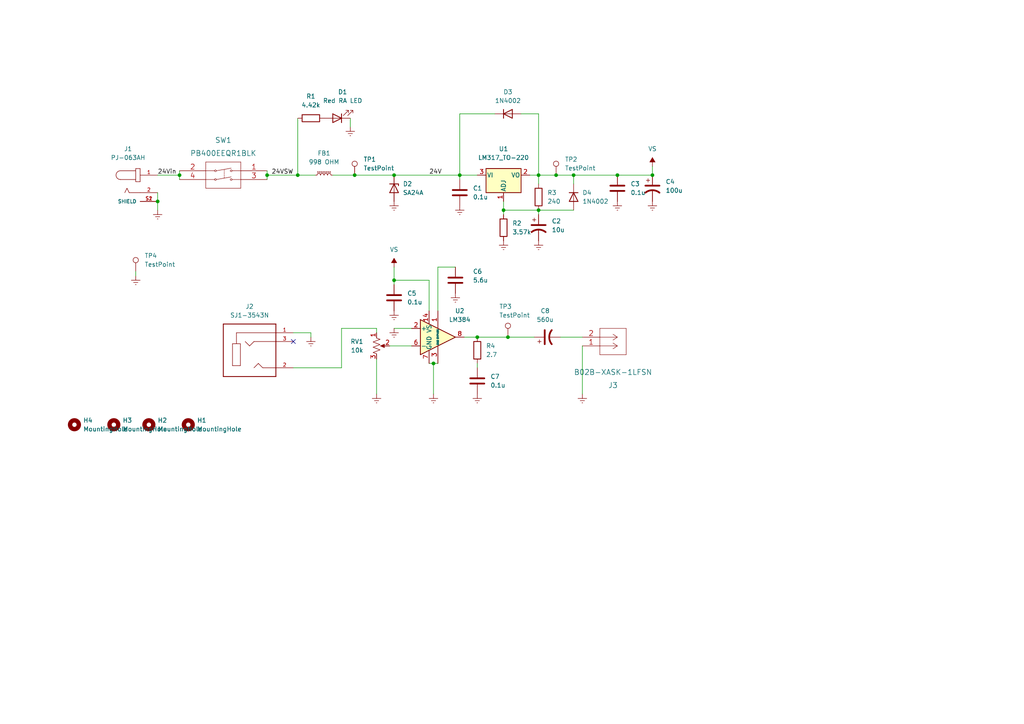
<source format=kicad_sch>
(kicad_sch (version 20211123) (generator eeschema)
  (paper "A4")
  (title_block (title "LM384 Audio Amplifier Project") (date "2022-06-16") (rev "00") (company "California State University Northridge") (comment 1 "Abdullah Hendy"))
  (lib_symbols
    (symbol "2022-06-12_21-25-45:B02B-XASK-1LFSN" (pin_names (offset 0.254) hide)
      (property "Reference" "J3" (at 8.89 11.43 0))
      (property "Value" "B02B-XASK-1LFSN" (at 8.89 7.62 0))
      (symbol "B02B-XASK-1LFSN_1_1"
        (polyline (pts (xy 5.08 -5.08) (xy 12.7 -5.08)) (stroke (width 0.127)))
        (polyline (pts (xy 5.08 2.54) (xy 5.08 -5.08)) (stroke (width 0.127)))
        (polyline (pts (xy 10.16 -2.54) (xy 5.08 -2.54)) (stroke (width 0.127)))
        (polyline (pts (xy 10.16 -2.54) (xy 8.89 -3.3782)) (stroke (width 0.127)))
        (polyline (pts (xy 10.16 -2.54) (xy 8.89 -1.7018)) (stroke (width 0.127)))
        (polyline (pts (xy 10.16 0) (xy 5.08 0)) (stroke (width 0.127)))
        (polyline (pts (xy 10.16 0) (xy 8.89 -0.8382)) (stroke (width 0.127)))
        (polyline (pts (xy 10.16 0) (xy 8.89 0.8382)) (stroke (width 0.127)))
        (polyline (pts (xy 12.7 -5.08) (xy 12.7 2.54)) (stroke (width 0.127)))
        (polyline (pts (xy 12.7 2.54) (xy 5.08 2.54)) (stroke (width 0.127)))
        (pin passive line (at 0 0 0) (length 5.08) (name "1") (number "1"))
        (pin passive line (at 0 -2.54 0) (length 5.08) (name "2") (number "2"))
      )
    )
    (symbol "Amplifier_Audio:LM384" (pin_names (offset 0.127))
      (property "Reference" "U" (at 5.08 6.35 0))
      (property "Value" "LM384" (at 5.08 3.81 0))
      (symbol "LM384_0_1"
        (polyline (pts (xy -5.08 5.08) (xy 5.08 0) (xy -5.08 -5.08) (xy -5.08 5.08)) (stroke (width 0.254)) (fill (type background)))
      )
      (symbol "LM384_1_1"
        (pin passive line (at 0 7.62 270) (length 5.08) (name "BYPASS") (number "1"))
        (pin passive line (at 0 -7.62 90) (length 5.08) hide (name "GND") (number "10"))
        (pin passive line (at 0 -7.62 90) (length 5.08) hide (name "GND") (number "11"))
        (pin passive line (at 0 -7.62 90) (length 5.08) hide (name "GND") (number "12"))
        (pin no_connect line (at 0 2.54 270) (length 2.54) hide (name "NC") (number "13"))
        (pin power_in line (at -2.54 7.62 270) (length 3.81) (name "VS") (number "14"))
        (pin input line (at -7.62 2.54 0) (length 2.54) (name "+") (number "2"))
        (pin power_in line (at 0 -7.62 90) (length 5.08) (name "GND") (number "3"))
        (pin passive line (at 0 -7.62 90) (length 5.08) hide (name "GND") (number "4"))
        (pin passive line (at 0 -7.62 90) (length 5.08) hide (name "GND") (number "5"))
        (pin input line (at -7.62 -2.54 0) (length 2.54) (name "-") (number "6"))
        (pin power_in line (at -2.54 -7.62 90) (length 3.81) (name "GND") (number "7"))
        (pin output line (at 7.62 0 180) (length 2.54) (name "~") (number "8"))
        (pin no_connect line (at -2.54 2.54 270) (length 2.54) hide (name "NC") (number "9"))
      )
    )
    (symbol "Connector:TestPoint" (pin_numbers hide) (pin_names (offset 0.762) hide)
      (property "Reference" "TP" (at 0 6.858 0))
      (property "Value" "TestPoint" (at 0 5.08 0))
      (symbol "TestPoint_0_1"
        (circle (center 0 3.302) (radius 0.762))
      )
      (symbol "TestPoint_1_1"
        (pin passive line (at 0 0 90) (length 2.54) (name "1") (number "1"))
      )
    )
    (symbol "Device:C" (pin_numbers hide) (pin_names (offset 0.254))
      (property "Reference" "C" (at 0.635 2.54 0))
      (property "Value" "C" (at 0.635 -2.54 0))
      (symbol "C_0_1"
        (polyline (pts (xy -2.032 -0.762) (xy 2.032 -0.762)) (stroke (width 0.508)))
        (polyline (pts (xy -2.032 0.762) (xy 2.032 0.762)) (stroke (width 0.508)))
      )
      (symbol "C_1_1"
        (pin passive line (at 0 3.81 270) (length 2.794) (name "~") (number "1"))
        (pin passive line (at 0 -3.81 90) (length 2.794) (name "~") (number "2"))
      )
    )
    (symbol "Device:C_Polarized_US" (pin_numbers hide) (pin_names (offset 0.254) hide)
      (property "Reference" "C" (at 0.635 2.54 0))
      (property "Value" "C_Polarized_US" (at 0.635 -2.54 0))
      (symbol "C_Polarized_US_0_1"
        (polyline (pts (xy -2.032 0.762) (xy 2.032 0.762)) (stroke (width 0.508)))
        (polyline (pts (xy -1.778 2.286) (xy -0.762 2.286)))
        (polyline (pts (xy -1.27 1.778) (xy -1.27 2.794)))
        (arc (start 2.032 -1.27) (mid 0 -0.5572) (end -2.032 -1.27) (stroke (width 0.508)))
      )
      (symbol "C_Polarized_US_1_1"
        (pin passive line (at 0 3.81 270) (length 2.794) (name "~") (number "1"))
        (pin passive line (at 0 -3.81 90) (length 3.302) (name "~") (number "2"))
      )
    )
    (symbol "Device:D_Zener" (pin_numbers hide) (pin_names (offset 1.016) hide)
      (property "Reference" "D" (at 0 2.54 0))
      (property "Value" "D_Zener" (at 0 -2.54 0))
      (symbol "D_Zener_0_1"
        (polyline (pts (xy 1.27 0) (xy -1.27 0)))
        (polyline (pts (xy -1.27 -1.27) (xy -1.27 1.27) (xy -0.762 1.27)) (stroke (width 0.254)))
        (polyline (pts (xy 1.27 -1.27) (xy 1.27 1.27) (xy -1.27 0) (xy 1.27 -1.27)) (stroke (width 0.254)))
      )
      (symbol "D_Zener_1_1"
        (pin passive line (at -3.81 0 0) (length 2.54) (name "K") (number "1"))
        (pin passive line (at 3.81 0 180) (length 2.54) (name "A") (number "2"))
      )
    )
    (symbol "Device:LED" (pin_numbers hide) (pin_names (offset 1.016) hide)
      (property "Reference" "D" (at 0 2.54 0))
      (property "Value" "LED" (at 0 -2.54 0))
      (symbol "LED_0_1"
        (polyline (pts (xy -1.27 -1.27) (xy -1.27 1.27)) (stroke (width 0.254)))
        (polyline (pts (xy -1.27 0) (xy 1.27 0)))
        (polyline (pts (xy 1.27 -1.27) (xy 1.27 1.27) (xy -1.27 0) (xy 1.27 -1.27)) (stroke (width 0.254)))
        (polyline (pts (xy -3.048 -0.762) (xy -4.572 -2.286) (xy -3.81 -2.286) (xy -4.572 -2.286) (xy -4.572 -1.524)))
        (polyline (pts (xy -1.778 -0.762) (xy -3.302 -2.286) (xy -2.54 -2.286) (xy -3.302 -2.286) (xy -3.302 -1.524)))
      )
      (symbol "LED_1_1"
        (pin passive line (at -3.81 0 0) (length 2.54) (name "K") (number "1"))
        (pin passive line (at 3.81 0 180) (length 2.54) (name "A") (number "2"))
      )
    )
    (symbol "Device:L_Ferrite_Small" (pin_numbers hide) (pin_names (offset 0.254) hide)
      (property "Reference" "L" (at 1.27 1.016 0))
      (property "Value" "L_Ferrite_Small" (at 1.27 -1.27 0))
      (symbol "L_Ferrite_Small_0_1"
        (arc (start 0 -2.032) (mid 0.508 -1.524) (end 0 -1.016))
        (arc (start 0 -1.016) (mid 0.508 -0.508) (end 0 0))
        (polyline (pts (xy 0.762 -1.905) (xy 0.762 -1.651)))
        (polyline (pts (xy 0.762 -1.397) (xy 0.762 -1.143)))
        (polyline (pts (xy 0.762 -0.889) (xy 0.762 -0.635)))
        (polyline (pts (xy 0.762 -0.381) (xy 0.762 -0.127)))
        (polyline (pts (xy 0.762 0.127) (xy 0.762 0.381)))
        (polyline (pts (xy 0.762 0.635) (xy 0.762 0.889)))
        (polyline (pts (xy 0.762 1.143) (xy 0.762 1.397)))
        (polyline (pts (xy 0.762 1.651) (xy 0.762 1.905)))
        (polyline (pts (xy 1.016 -1.651) (xy 1.016 -1.905)))
        (polyline (pts (xy 1.016 -1.143) (xy 1.016 -1.397)))
        (polyline (pts (xy 1.016 -0.635) (xy 1.016 -0.889)))
        (polyline (pts (xy 1.016 -0.127) (xy 1.016 -0.381)))
        (polyline (pts (xy 1.016 0.381) (xy 1.016 0.127)))
        (polyline (pts (xy 1.016 0.889) (xy 1.016 0.635)))
        (polyline (pts (xy 1.016 1.397) (xy 1.016 1.143)))
        (polyline (pts (xy 1.016 1.905) (xy 1.016 1.651)))
        (arc (start 0 0) (mid 0.508 0.508) (end 0 1.016))
        (arc (start 0 1.016) (mid 0.508 1.524) (end 0 2.032))
      )
      (symbol "L_Ferrite_Small_1_1"
        (pin passive line (at 0 2.54 270) (length 0.508) (name "~") (number "1"))
        (pin passive line (at 0 -2.54 90) (length 0.508) (name "~") (number "2"))
      )
    )
    (symbol "Device:R" (pin_numbers hide) (pin_names (offset 0))
      (property "Reference" "R" (at 2.032 0 90))
      (property "Value" "R" (at 0 0 90))
      (symbol "R_0_1"
        (rectangle (start -1.016 -2.54) (end 1.016 2.54) (stroke (width 0.254)))
      )
      (symbol "R_1_1"
        (pin passive line (at 0 3.81 270) (length 1.27) (name "~") (number "1"))
        (pin passive line (at 0 -3.81 90) (length 1.27) (name "~") (number "2"))
      )
    )
    (symbol "Device:R_Potentiometer_US" (pin_names (offset 1.016) hide)
      (property "Reference" "RV" (at -4.445 0 90))
      (property "Value" "R_Potentiometer_US" (at -2.54 0 90))
      (symbol "R_Potentiometer_US_0_1"
        (polyline (pts (xy 0 -2.286) (xy 0 -2.54)))
        (polyline (pts (xy 0 2.54) (xy 0 2.286)))
        (polyline (pts (xy 2.54 0) (xy 1.524 0)))
        (polyline (pts (xy 1.143 0) (xy 2.286 0.508) (xy 2.286 -0.508) (xy 1.143 0)) (fill (type outline)))
        (polyline (pts (xy 0 -0.762) (xy 1.016 -1.143) (xy 0 -1.524) (xy -1.016 -1.905) (xy 0 -2.286)))
        (polyline (pts (xy 0 0.762) (xy 1.016 0.381) (xy 0 0) (xy -1.016 -0.381) (xy 0 -0.762)))
        (polyline (pts (xy 0 2.286) (xy 1.016 1.905) (xy 0 1.524) (xy -1.016 1.143) (xy 0 0.762)))
      )
      (symbol "R_Potentiometer_US_1_1"
        (pin passive line (at 0 3.81 270) (length 1.27) (name "1") (number "1"))
        (pin passive line (at 3.81 0 180) (length 1.27) (name "2") (number "2"))
        (pin passive line (at 0 -3.81 90) (length 1.27) (name "3") (number "3"))
      )
    )
    (symbol "Diode:1N4002" (pin_numbers hide) (pin_names (offset 1.016) hide)
      (property "Reference" "D" (at 0 2.54 0))
      (property "Value" "1N4002" (at 0 -2.54 0))
      (symbol "1N4002_0_1"
        (polyline (pts (xy -1.27 1.27) (xy -1.27 -1.27)) (stroke (width 0.254)))
        (polyline (pts (xy 1.27 0) (xy -1.27 0)))
        (polyline (pts (xy 1.27 1.27) (xy 1.27 -1.27) (xy -1.27 0) (xy 1.27 1.27)) (stroke (width 0.254)))
      )
      (symbol "1N4002_1_1"
        (pin passive line (at -3.81 0 0) (length 2.54) (name "K") (number "1"))
        (pin passive line (at 3.81 0 180) (length 2.54) (name "A") (number "2"))
      )
    )
    (symbol "Mechanical:MountingHole" (pin_names (offset 1.016))
      (property "Reference" "H" (at 0 5.08 0))
      (property "Value" "MountingHole" (at 0 3.175 0))
      (symbol "MountingHole_0_1"
        (circle (center 0 0) (radius 1.27) (stroke (width 1.27)))
      )
    )
    (symbol "PB400EEQR1BLK:PB400EEQR1BLK" (pin_names (offset 0.254) hide)
      (property "Reference" "SW1" (at 12.7 8.89 0))
      (property "Value" "PB400EEQR1BLK" (at 12.7 5.08 0))
      (symbol "PB400EEQR1BLK_1_1"
        (polyline (pts (xy 7.62 -5.08) (xy 17.78 -5.08)) (stroke (width 0.127)))
        (polyline (pts (xy 7.62 -2.54) (xy 10.16 -2.54)) (stroke (width 0.127)))
        (polyline (pts (xy 7.62 0) (xy 10.16 0)) (stroke (width 0.127)))
        (polyline (pts (xy 7.62 2.54) (xy 7.62 -5.08)) (stroke (width 0.127)))
        (polyline (pts (xy 12.446 -1.778) (xy 12.446 -2.032)) (stroke (width 0.127)))
        (polyline (pts (xy 12.446 -1.27) (xy 12.446 -1.524)) (stroke (width 0.127)))
        (polyline (pts (xy 12.446 -0.762) (xy 12.446 -1.016)) (stroke (width 0.127)))
        (polyline (pts (xy 12.446 -0.254) (xy 12.446 -0.508)) (stroke (width 0.127)))
        (polyline (pts (xy 12.446 0.254) (xy 12.446 0)) (stroke (width 0.127)))
        (polyline (pts (xy 14.732 -2.54) (xy 10.414 -1.778)) (stroke (width 0.127)))
        (polyline (pts (xy 14.732 0) (xy 10.414 0.762)) (stroke (width 0.127)))
        (polyline (pts (xy 15.24 -2.54) (xy 17.78 -2.54)) (stroke (width 0.127)))
        (polyline (pts (xy 15.24 0) (xy 17.78 0)) (stroke (width 0.127)))
        (polyline (pts (xy 17.78 -5.08) (xy 17.78 2.54)) (stroke (width 0.127)))
        (polyline (pts (xy 17.78 2.54) (xy 7.62 2.54)) (stroke (width 0.127)))
        (circle (center 10.414 -2.54) (radius 0.254) (stroke (width 0.127)))
        (circle (center 10.414 0) (radius 0.254) (stroke (width 0.127)))
        (arc (start 10.668 -2.54) (mid 10.16 -2.54) (end 10.668 -2.54) (stroke (width 0.127)))
        (arc (start 10.668 0) (mid 10.16 0) (end 10.668 0) (stroke (width 0.127)))
        (circle (center 14.986 -2.54) (radius 0.254) (stroke (width 0.127)))
        (circle (center 14.986 0) (radius 0.254) (stroke (width 0.127)))
        (arc (start 15.24 -2.54) (mid 14.732 -2.54) (end 15.24 -2.54) (stroke (width 0.127)))
        (arc (start 15.24 0) (mid 14.732 0) (end 15.24 0) (stroke (width 0.127)))
        (pin passive line (at 0 0 0) (length 7.62) (name "1") (number "1"))
        (pin passive line (at 25.4 0 180) (length 7.62) (name "2") (number "2"))
        (pin passive line (at 0 -2.54 0) (length 7.62) (name "3") (number "3"))
        (pin passive line (at 25.4 -2.54 180) (length 7.62) (name "4") (number "4"))
      )
    )
    (symbol "PJ-063AH:PJ-063AH" (pin_names (offset 1.016))
      (property "Reference" "J1" (at -3.4925 10.16 0))
      (property "Value" "PJ-063AH" (at -3.4925 7.62 0))
      (symbol "PJ-063AH_0_0"
        (arc (start -5.715 3.81) (mid -6.985 2.54) (end -5.715 1.27) (stroke (width 0.1524)))
        (polyline (pts (xy -5.715 3.81) (xy -1.27 3.81)) (stroke (width 0.1524)))
        (polyline (pts (xy -3.81 -1.27) (xy -4.445 -2.54)) (stroke (width 0.1524)))
        (polyline (pts (xy -3.175 -2.54) (xy -3.81 -1.27)) (stroke (width 0.1524)))
        (polyline (pts (xy -1.27 0.635) (xy 0 0.635)) (stroke (width 0.1524)))
        (polyline (pts (xy -1.27 1.27) (xy -5.715 1.27)) (stroke (width 0.1524)))
        (polyline (pts (xy -1.27 1.27) (xy -1.27 0.635)) (stroke (width 0.1524)))
        (polyline (pts (xy -1.27 3.81) (xy -1.27 1.27)) (stroke (width 0.1524)))
        (polyline (pts (xy -1.27 4.445) (xy -1.27 3.81)) (stroke (width 0.1524)))
        (polyline (pts (xy 0 -2.54) (xy -3.175 -2.54)) (stroke (width 0.1524)))
        (polyline (pts (xy 0 0.635) (xy 0 4.445)) (stroke (width 0.1524)))
        (polyline (pts (xy 0 4.445) (xy -1.27 4.445)) (stroke (width 0.1524)))
        (pin passive line (at 5.08 2.54 180) (length 5.08) (name "~") (number "1"))
        (pin passive line (at 5.08 -2.54 180) (length 5.08) (name "~") (number "2"))
        (pin power_out line (at 5.08 -5.08 180) (length 5.08) (name "SHIELD") (number "S1"))
        (pin power_in line (at 5.08 -5.08 180) (length 5.08) (name "SHIELD") (number "S2"))
      )
    )
    (symbol "Regulator_Linear:LM317_TO-220" (pin_names (offset 0.254))
      (property "Reference" "U1" (at 0 7.62 0))
      (property "Value" "LM317_TO-220" (at 0 5.08 0))
      (symbol "LM317_TO-220_0_1"
        (rectangle (start -5.08 1.905) (end 5.08 -5.08) (stroke (width 0.254)) (fill (type background)))
      )
      (symbol "LM317_TO-220_1_1"
        (pin input line (at 0 -7.62 90) (length 2.54) (name "ADJ") (number "1"))
        (pin power_out line (at 7.62 0 180) (length 2.54) (name "VO") (number "2"))
        (pin input line (at -7.62 0 0) (length 2.54) (name "VI") (number "3"))
      )
    )
    (symbol "SJ1-3543N:SJ1-3543N" (pin_names (offset 1.016) hide)
      (property "Reference" "J" (at -7.62 8.382 0))
      (property "Value" "SJ1-3543N" (at -7.62 -10.922 0))
      (symbol "SJ1-3543N_0_0"
        (polyline (pts (xy -7.62 -7.62) (xy -7.62 7.62)) (stroke (width 0.254)))
        (polyline (pts (xy -7.62 7.62) (xy 7.62 7.62)) (stroke (width 0.254)))
        (polyline (pts (xy -4.953 -4.445) (xy -4.953 1.905)) (stroke (width 0.1524)))
        (polyline (pts (xy -4.953 1.905) (xy -3.81 1.905)) (stroke (width 0.1524)))
        (polyline (pts (xy -3.81 1.905) (xy -2.667 1.905)) (stroke (width 0.1524)))
        (polyline (pts (xy -3.81 5.08) (xy -3.81 1.905)) (stroke (width 0.1524)))
        (polyline (pts (xy -2.667 -4.445) (xy -4.953 -4.445)) (stroke (width 0.1524)))
        (polyline (pts (xy -2.667 1.905) (xy -2.667 -4.445)) (stroke (width 0.1524)))
        (polyline (pts (xy 0 1.27) (xy -1.27 2.54)) (stroke (width 0.1524)))
        (polyline (pts (xy 1.27 2.54) (xy 0 1.27)) (stroke (width 0.1524)))
        (polyline (pts (xy 2.54 -3.81) (xy 1.27 -5.08)) (stroke (width 0.1524)))
        (polyline (pts (xy 3.81 -5.08) (xy 2.54 -3.81)) (stroke (width 0.1524)))
        (polyline (pts (xy 7.62 -7.62) (xy -7.62 -7.62)) (stroke (width 0.254)))
        (polyline (pts (xy 7.62 -5.08) (xy 3.81 -5.08)) (stroke (width 0.1524)))
        (polyline (pts (xy 7.62 -5.08) (xy 7.62 -7.62)) (stroke (width 0.254)))
        (polyline (pts (xy 7.62 2.54) (xy 1.27 2.54)) (stroke (width 0.1524)))
        (polyline (pts (xy 7.62 2.54) (xy 7.62 -5.08)) (stroke (width 0.254)))
        (polyline (pts (xy 7.62 5.08) (xy -3.81 5.08)) (stroke (width 0.1524)))
        (polyline (pts (xy 7.62 5.08) (xy 7.62 2.54)) (stroke (width 0.254)))
        (polyline (pts (xy 7.62 7.62) (xy 7.62 5.08)) (stroke (width 0.254)))
        (pin passive line (at 12.7 5.08 180) (length 5.08) (name "~") (number "1"))
        (pin passive line (at 12.7 -5.08 180) (length 5.08) (name "~") (number "2"))
        (pin passive line (at 12.7 2.54 180) (length 5.08) (name "~") (number "3"))
      )
    )
    (symbol "power:GNDREF" (power) (pin_names (offset 0))
      (property "Value" "GNDREF" (at 0 -3.81 0))
      (symbol "GNDREF_0_1"
        (polyline (pts (xy -0.635 -1.905) (xy 0.635 -1.905)))
        (polyline (pts (xy -0.127 -2.54) (xy 0.127 -2.54)))
        (polyline (pts (xy 0 -1.27) (xy 0 0)))
        (polyline (pts (xy 1.27 -1.27) (xy -1.27 -1.27)))
      )
      (symbol "GNDREF_1_1"
        (pin power_in line (at 0 0 270) (length 0) hide (name "GNDREF") (number "1"))
      )
    )
    (symbol "power:VS" (power) (pin_names (offset 0))
      (property "Value" "VS" (at 0 3.81 0))
      (symbol "VS_0_1"
        (polyline (pts (xy 0 0) (xy 0 2.54)))
        (polyline (pts (xy 0.762 1.27) (xy -0.762 1.27) (xy 0 2.54) (xy 0.762 1.27)) (fill (type outline)))
      )
      (symbol "VS_1_1"
        (pin power_in line (at 0 0 90) (length 0) hide (name "VS") (number "1"))
      )
    )
  )
  (junction (at 114.3 50.8))
  (junction (at 52.07 50.8))
  (junction (at 133.35 50.8))
  (junction (at 156.21 60.96))
  (junction (at 125.73 105.41))
  (junction (at 156.21 50.8))
  (junction (at 138.43 97.79))
  (junction (at 161.29 50.8))
  (junction (at 189.23 50.8))
  (junction (at 146.05 60.96))
  (junction (at 179.07 50.8))
  (junction (at 166.37 50.8))
  (junction (at 77.47 50.8))
  (junction (at 114.3 81.28))
  (junction (at 45.72 58.42))
  (junction (at 102.87 50.8))
  (junction (at 86.36 50.8))
  (junction (at 147.32 97.79))
  (no_connect (at 85.09 99.06))
  (wire (pts (xy 156.21 60.96) (xy 156.21 62.23)))
  (wire (pts (xy 146.05 58.42) (xy 146.05 60.96)))
  (wire (pts (xy 86.36 50.8) (xy 91.44 50.8)))
  (wire (pts (xy 156.21 33.02) (xy 151.13 33.02)))
  (wire (pts (xy 161.29 50.8) (xy 166.37 50.8)))
  (wire (pts (xy 77.47 50.8) (xy 77.47 52.07)))
  (wire (pts (xy 77.47 49.53) (xy 77.47 50.8)))
  (wire (pts (xy 86.36 34.29) (xy 86.36 50.8)))
  (wire (pts (xy 109.22 95.25) (xy 109.22 96.52)))
  (wire (pts (xy 102.87 50.8) (xy 114.3 50.8)))
  (wire (pts (xy 101.6 34.29) (xy 101.6 36.83)))
  (wire (pts (xy 189.23 48.26) (xy 189.23 50.8)))
  (wire (pts (xy 114.3 50.8) (xy 133.35 50.8)))
  (wire (pts (xy 156.21 50.8) (xy 156.21 53.34)))
  (wire (pts (xy 138.43 97.79) (xy 147.32 97.79)))
  (wire (pts (xy 133.35 50.8) (xy 133.35 52.07)))
  (wire (pts (xy 96.52 50.8) (xy 102.87 50.8)))
  (wire (pts (xy 146.05 60.96) (xy 156.21 60.96)))
  (wire (pts (xy 124.46 81.28) (xy 114.3 81.28)))
  (wire (pts (xy 162.56 97.79) (xy 168.91 97.79)))
  (wire (pts (xy 166.37 50.8) (xy 179.07 50.8)))
  (wire (pts (xy 166.37 50.8) (xy 166.37 53.34)))
  (wire (pts (xy 156.21 60.96) (xy 166.37 60.96)))
  (wire (pts (xy 134.62 97.79) (xy 138.43 97.79)))
  (wire (pts (xy 125.73 105.41) (xy 127 105.41)))
  (wire (pts (xy 168.91 100.33) (xy 168.91 114.3)))
  (wire (pts (xy 138.43 50.8) (xy 133.35 50.8)))
  (wire (pts (xy 109.22 95.25) (xy 99.06 95.25)))
  (wire (pts (xy 99.06 106.68) (xy 85.09 106.68)))
  (wire (pts (xy 127 77.47) (xy 132.08 77.47)))
  (wire (pts (xy 153.67 50.8) (xy 156.21 50.8)))
  (wire (pts (xy 99.06 95.25) (xy 99.06 106.68)))
  (wire (pts (xy 127 77.47) (xy 127 90.17)))
  (wire (pts (xy 124.46 105.41) (xy 125.73 105.41)))
  (wire (pts (xy 147.32 97.79) (xy 154.94 97.79)))
  (wire (pts (xy 52.07 49.53) (xy 52.07 50.8)))
  (wire (pts (xy 114.3 95.25) (xy 119.38 95.25)))
  (wire (pts (xy 109.22 104.14) (xy 109.22 114.3)))
  (wire (pts (xy 114.3 81.28) (xy 114.3 82.55)))
  (wire (pts (xy 133.35 33.02) (xy 133.35 50.8)))
  (wire (pts (xy 114.3 77.47) (xy 114.3 81.28)))
  (wire (pts (xy 45.72 55.88) (xy 45.72 58.42)))
  (wire (pts (xy 77.47 50.8) (xy 86.36 50.8)))
  (wire (pts (xy 156.21 33.02) (xy 156.21 50.8)))
  (wire (pts (xy 125.73 105.41) (xy 125.73 114.3)))
  (wire (pts (xy 85.09 96.52) (xy 90.17 96.52)))
  (wire (pts (xy 156.21 50.8) (xy 161.29 50.8)))
  (wire (pts (xy 52.07 50.8) (xy 52.07 52.07)))
  (wire (pts (xy 146.05 60.96) (xy 146.05 62.23)))
  (wire (pts (xy 45.72 58.42) (xy 45.72 60.96)))
  (wire (pts (xy 179.07 50.8) (xy 189.23 50.8)))
  (wire (pts (xy 143.51 33.02) (xy 133.35 33.02)))
  (wire (pts (xy 124.46 90.17) (xy 124.46 81.28)))
  (wire (pts (xy 138.43 105.41) (xy 138.43 106.68)))
  (wire (pts (xy 90.17 96.52) (xy 90.17 97.79)))
  (wire (pts (xy 113.03 100.33) (xy 119.38 100.33)))
  (wire (pts (xy 39.37 78.74) (xy 39.37 80.01)))
  (wire (pts (xy 45.72 50.8) (xy 52.07 50.8)))
  (label "24VSW" (at 78.74 50.8 0))
  (label "24Vin" (at 45.72 50.8 0))
  (label "24V" (at 124.46 50.8 0))
  (symbol (lib_id "Diode:1N4002") (at 147.32 33.02 0) (unit 1)
    (property "Reference" "D3" (at 147.32 26.67 0))
    (property "Value" "1N4002" (at 147.32 29.21 0))
    (property "Footprint" "Diode_THT:D_DO-41_SOD81_P10.16mm_Horizontal" (effects hide))
    (property "Datasheet" "http://www.vishay.com/docs/88503/1n4001.pdf" (effects hide))
  )
  (symbol (lib_id "power:GNDREF") (at 179.07 58.42 0) (unit 1)
    (property "Reference" "#PWR0103" (effects hide))
    (property "Value" "GNDREF" (effects hide))
  )
  (symbol (lib_id "Device:C") (at 138.43 110.49 0) (unit 1)
    (property "Reference" "C7" (at 142.24 109.2199 0) (effects (justify left)))
    (property "Value" "0.1u" (at 142.24 111.7599 0) (effects (justify left)))
    (property "Footprint" "Capacitor_THT:C_Rect_L4.0mm_W2.5mm_P2.50mm" (effects hide))
  )
  (symbol (lib_id "Device:R") (at 146.05 66.04 0) (unit 1)
    (property "Reference" "R2" (at 148.59 64.7699 0) (effects (justify left)))
    (property "Value" "3.57k" (at 148.59 67.3099 0) (effects (justify left)))
    (property "Footprint" "Resistor_THT:R_Axial_DIN0207_L6.3mm_D2.5mm_P10.16mm_Horizontal" (effects hide))
  )
  (symbol (lib_id "PJ-063AH:PJ-063AH") (at 40.64 53.34 0) (unit 1)
    (property "Reference" "J1" (at 37.1475 43.18 0))
    (property "Value" "PJ-063AH" (at 37.1475 45.72 0))
    (property "Footprint" "CUI_PJ-063AH" (effects hide))
    (property "PARTREV" "1.02" (effects hide))
    (property "MANUFACTURER" "CUI INC" (effects hide))
    (property "STANDARD" "Manufacturer recommendations" (effects hide))
  )
  (symbol (lib_id "Diode:1N4002") (at 166.37 57.15 270) (unit 1)
    (property "Reference" "D4" (at 168.91 55.8799 90) (effects (justify left)))
    (property "Value" "1N4002" (at 168.91 58.4199 90) (effects (justify left)))
    (property "Footprint" "Diode_THT:D_DO-41_SOD81_P10.16mm_Horizontal" (effects hide))
    (property "Datasheet" "http://www.vishay.com/docs/88503/1n4001.pdf" (effects hide))
  )
  (symbol (lib_id "Mechanical:MountingHole") (at 43.18 123.19 0) (unit 1)
    (property "Reference" "H2" (at 45.72 121.9199 0) (effects (justify left)))
    (property "Value" "MountingHole" (at 45.72 124.4599 0) (effects (justify left)))
    (property "Footprint" "MountingHole:MountingHole_3.2mm_M3_Pad" (effects hide))
  )
  (symbol (lib_id "2022-06-12_21-25-45:B02B-XASK-1LFSN") (at 168.91 100.33 0) (mirror x) (unit 1)
    (property "Reference" "J3" (at 177.8 111.76 0) (effects (font (size 1.524 1.524))))
    (property "Value" "B02B-XASK-1LFSN" (at 177.8 107.95 0) (effects (font (size 1.524 1.524))))
    (property "Footprint" "footprints1:B02B-XASK-1LFSN" (effects hide))
  )
  (symbol (lib_id "power:GNDREF") (at 146.05 69.85 0) (unit 1)
    (property "Reference" "#PWR0104" (effects hide))
    (property "Value" "GNDREF" (effects hide))
  )
  (symbol (lib_id "Amplifier_Audio:LM384") (at 127 97.79 0) (unit 1)
    (property "Reference" "U2" (at 133.35 90.17 0))
    (property "Value" "LM384" (at 133.35 92.71 0))
    (property "Footprint" "Package_DIP:DIP-14_W7.62mm" (effects hide))
    (property "Datasheet" "http://www.ti.com/lit/ds/symlink/lm384.pdf" (effects hide))
  )
  (symbol (lib_id "Connector:TestPoint") (at 102.87 50.8 0) (unit 1)
    (property "Reference" "TP1" (at 105.41 46.2279 0) (effects (justify left)))
    (property "Value" "TestPoint" (at 105.41 48.7679 0) (effects (justify left)))
    (property "Footprint" "Keystone 5000:TestPoint_Keystone_5000-5004_Miniature_01" (effects hide))
  )
  (symbol (lib_id "power:GNDREF") (at 39.37 80.01 0) (unit 1)
    (property "Reference" "#PWR0113" (effects hide))
    (property "Value" "GNDREF" (effects hide))
  )
  (symbol (lib_id "Mechanical:MountingHole") (at 33.02 123.19 0) (unit 1)
    (property "Reference" "H3" (at 35.56 121.9199 0) (effects (justify left)))
    (property "Value" "MountingHole" (at 35.56 124.4599 0) (effects (justify left)))
    (property "Footprint" "MountingHole:MountingHole_3.2mm_M3_Pad" (effects hide))
  )
  (symbol (lib_id "power:GNDREF") (at 109.22 114.3 0) (unit 1)
    (property "Reference" "#PWR0116" (effects hide))
    (property "Value" "GNDREF" (effects hide))
  )
  (symbol (lib_id "Mechanical:MountingHole") (at 54.61 123.19 0) (unit 1)
    (property "Reference" "H1" (at 57.15 121.9199 0) (effects (justify left)))
    (property "Value" "MountingHole" (at 57.15 124.4599 0) (effects (justify left)))
    (property "Footprint" "MountingHole:MountingHole_3.2mm_M3_Pad" (effects hide))
  )
  (symbol (lib_id "Mechanical:MountingHole") (at 21.59 123.19 0) (unit 1)
    (property "Reference" "H4" (at 24.13 121.9199 0) (effects (justify left)))
    (property "Value" "MountingHole" (at 24.13 124.4599 0) (effects (justify left)))
    (property "Footprint" "MountingHole:MountingHole_3.2mm_M3_Pad" (effects hide))
  )
  (symbol (lib_id "Device:C") (at 132.08 81.28 0) (unit 1)
    (property "Reference" "C6" (at 137.16 78.74 0) (effects (justify left)))
    (property "Value" "5.6u" (at 137.16 81.28 0) (effects (justify left)))
    (property "Footprint" "Capacitor_THT:CP_Radial_D5.0mm_P2.00mm" (effects hide))
  )
  (symbol (lib_id "power:GNDREF") (at 189.23 58.42 0) (unit 1)
    (property "Reference" "#PWR0102" (effects hide))
    (property "Value" "GNDREF" (effects hide))
  )
  (symbol (lib_id "power:VS") (at 189.23 48.26 0) (unit 1)
    (property "Reference" "#PWR0115" (effects hide))
    (property "Value" "VS" (at 189.23 43.18 0))
  )
  (symbol (lib_id "power:VS") (at 114.3 77.47 0) (unit 1)
    (property "Reference" "#PWR0118" (effects hide))
    (property "Value" "VS" (at 114.3 72.39 0))
  )
  (symbol (lib_id "power:GNDREF") (at 133.35 59.69 0) (unit 1)
    (property "Reference" "#PWR0105" (effects hide))
    (property "Value" "GNDREF" (effects hide))
  )
  (symbol (lib_id "Device:D_Zener") (at 114.3 54.61 270) (unit 1)
    (property "Reference" "D2" (at 116.84 53.3399 90) (effects (justify left)))
    (property "Value" "SA24A" (at 116.84 55.8799 90) (effects (justify left)))
    (property "Footprint" "Diode_THT:D_DO-15_P12.70mm_Horizontal" (effects hide))
  )
  (symbol (lib_id "Device:C_Polarized_US") (at 189.23 54.61 0) (unit 1)
    (property "Reference" "C4" (at 193.04 52.7049 0) (effects (justify left)))
    (property "Value" "100u" (at 193.04 55.2449 0) (effects (justify left)))
    (property "Footprint" "Capacitor_THT:CP_Radial_D6.3mm_P2.50mm" (effects hide))
  )
  (symbol (lib_id "power:GNDREF") (at 114.3 95.25 0) (unit 1)
    (property "Reference" "#PWR0107" (effects hide))
    (property "Value" "GNDREF" (effects hide))
  )
  (symbol (lib_id "Device:R_Potentiometer_US") (at 109.22 100.33 0) (unit 1)
    (property "Reference" "RV1" (at 105.41 99.06 0) (effects (justify right)))
    (property "Value" "10k" (at 105.41 101.6 0) (effects (justify right)))
    (property "Footprint" "PTV09A-2020F-A103:PTV09A2020FA104" (effects hide))
  )
  (symbol (lib_id "Connector:TestPoint") (at 147.32 97.79 0) (unit 1)
    (property "Reference" "TP3" (at 144.78 88.9 0) (effects (justify left)))
    (property "Value" "TestPoint" (at 144.78 91.44 0) (effects (justify left)))
    (property "Footprint" "Keystone 5000:TestPoint_Keystone_5000-5004_Miniature_01" (effects hide))
  )
  (symbol (lib_id "Device:LED") (at 97.79 34.29 180) (unit 1)
    (property "Reference" "D1" (at 99.3775 26.67 0))
    (property "Value" "Red RA LED" (at 99.3775 29.21 0))
    (property "Footprint" "LED_THT:LED_D3.0mm_Horizontal_O1.27mm_Z6.0mm" (effects hide))
  )
  (symbol (lib_id "Device:C") (at 133.35 55.88 0) (unit 1)
    (property "Reference" "C1" (at 137.16 54.6099 0) (effects (justify left)))
    (property "Value" "0.1u" (at 137.16 57.1499 0) (effects (justify left)))
    (property "Footprint" "Capacitor_THT:C_Rect_L4.0mm_W2.5mm_P2.50mm" (effects hide))
  )
  (symbol (lib_id "Device:C") (at 114.3 86.36 0) (unit 1)
    (property "Reference" "C5" (at 118.11 85.0899 0) (effects (justify left)))
    (property "Value" "0.1u" (at 118.11 87.6299 0) (effects (justify left)))
    (property "Footprint" "Capacitor_THT:C_Rect_L4.0mm_W2.5mm_P2.50mm" (effects hide))
  )
  (symbol (lib_id "power:GNDREF") (at 132.08 85.09 0) (unit 1)
    (property "Reference" "#PWR0108" (effects hide))
    (property "Value" "GNDREF" (effects hide))
  )
  (symbol (lib_id "power:GNDREF") (at 45.72 60.96 0) (unit 1)
    (property "Reference" "#PWR0106" (effects hide))
    (property "Value" "GNDREF" (effects hide))
  )
  (symbol (lib_id "Device:R") (at 156.21 57.15 0) (unit 1)
    (property "Reference" "R3" (at 158.75 55.8799 0) (effects (justify left)))
    (property "Value" "240" (at 158.75 58.4199 0) (effects (justify left)))
    (property "Footprint" "Resistor_THT:R_Axial_DIN0207_L6.3mm_D2.5mm_P10.16mm_Horizontal" (effects hide))
  )
  (symbol (lib_id "power:GNDREF") (at 125.73 114.3 0) (unit 1)
    (property "Reference" "#PWR0109" (effects hide))
    (property "Value" "GNDREF" (effects hide))
  )
  (symbol (lib_id "PB400EEQR1BLK:PB400EEQR1BLK") (at 77.47 49.53 0) (mirror y) (unit 1)
    (property "Reference" "SW1" (at 64.77 40.64 0) (effects (font (size 1.524 1.524))))
    (property "Value" "PB400EEQR1BLK" (at 64.77 44.45 0) (effects (font (size 1.524 1.524))))
    (property "Footprint" "PB400EEQR1BLK:PB400EEQR1BLK" (effects hide))
  )
  (symbol (lib_id "power:GNDREF") (at 156.21 69.85 0) (unit 1)
    (property "Reference" "#PWR0101" (effects hide))
    (property "Value" "GNDREF" (effects hide))
  )
  (symbol (lib_id "Device:C_Polarized_US") (at 156.21 66.04 0) (unit 1)
    (property "Reference" "C2" (at 160.02 64.1349 0) (effects (justify left)))
    (property "Value" "10u" (at 160.02 66.6749 0) (effects (justify left)))
    (property "Footprint" "Capacitor_THT:CP_Radial_D5.0mm_P2.00mm" (effects hide))
  )
  (symbol (lib_id "Connector:TestPoint") (at 161.29 50.8 0) (unit 1)
    (property "Reference" "TP2" (at 163.83 46.2279 0) (effects (justify left)))
    (property "Value" "TestPoint" (at 163.83 48.7679 0) (effects (justify left)))
    (property "Footprint" "Keystone 5000:TestPoint_Keystone_5000-5004_Miniature_01" (effects hide))
  )
  (symbol (lib_id "Connector:TestPoint") (at 39.37 78.74 0) (unit 1)
    (property "Reference" "TP4" (at 41.91 74.1679 0) (effects (justify left)))
    (property "Value" "TestPoint" (at 41.91 76.7079 0) (effects (justify left)))
    (property "Footprint" "Keystone 5000:TestPoint_Keystone_5000-5004_Miniature_01" (effects hide))
  )
  (symbol (lib_id "SJ1-3543N:SJ1-3543N") (at 72.39 101.6 0) (unit 1)
    (property "Reference" "J2" (at 72.39 88.9 0))
    (property "Value" "SJ1-3543N" (at 72.39 91.44 0))
    (property "Footprint" "CUI_SJ1-3543N" (effects hide))
    (property "MANUFACTURER" "CUI" (effects hide))
    (property "PARTREV" "1.01" (effects hide))
    (property "STANDARD" "Manufacturer recommendation" (effects hide))
  )
  (symbol (lib_id "power:GNDREF") (at 90.17 97.79 0) (unit 1)
    (property "Reference" "#PWR0117" (effects hide))
    (property "Value" "GNDREF" (effects hide))
  )
  (symbol (lib_id "Device:R") (at 90.17 34.29 90) (unit 1)
    (property "Reference" "R1" (at 90.17 27.94 90))
    (property "Value" "4.42k" (at 90.17 30.48 90))
    (property "Footprint" "Resistor_THT:R_Axial_DIN0207_L6.3mm_D2.5mm_P10.16mm_Horizontal" (effects hide))
  )
  (symbol (lib_id "power:GNDREF") (at 114.3 90.17 0) (unit 1)
    (property "Reference" "#PWR0119" (effects hide))
    (property "Value" "GNDREF" (effects hide))
  )
  (symbol (lib_id "Device:C_Polarized_US") (at 158.75 97.79 90) (unit 1)
    (property "Reference" "C8" (at 158.115 90.17 90))
    (property "Value" "560u" (at 158.115 92.71 90))
    (property "Footprint" "Capacitor_THT:CP_Radial_D10.0mm_P5.00mm" (effects hide))
  )
  (symbol (lib_id "power:GNDREF") (at 168.91 114.3 0) (unit 1)
    (property "Reference" "#PWR0111" (effects hide))
    (property "Value" "GNDREF" (effects hide))
  )
  (symbol (lib_id "Regulator_Linear:LM317_TO-220") (at 146.05 50.8 0) (unit 1)
    (property "Reference" "U1" (at 146.05 43.18 0))
    (property "Value" "LM317_TO-220" (at 146.05 45.72 0))
    (property "Footprint" "Package_TO_SOT_THT:TO-220-3_Vertical" (effects hide))
    (property "Datasheet" "http://www.ti.com/lit/ds/symlink/lm317.pdf" (effects hide))
  )
  (symbol (lib_id "power:GNDREF") (at 138.43 114.3 0) (unit 1)
    (property "Reference" "#PWR0110" (effects hide))
    (property "Value" "GNDREF" (effects hide))
  )
  (symbol (lib_id "power:GNDREF") (at 101.6 36.83 0) (unit 1)
    (property "Reference" "#PWR0114" (effects hide))
    (property "Value" "GNDREF" (effects hide))
  )
  (symbol (lib_id "Device:R") (at 138.43 101.6 0) (unit 1)
    (property "Reference" "R4" (at 140.97 100.3299 0) (effects (justify left)))
    (property "Value" "2.7" (at 140.97 102.8699 0) (effects (justify left)))
    (property "Footprint" "Resistor_THT:R_Axial_DIN0207_L6.3mm_D2.5mm_P10.16mm_Horizontal" (effects hide))
  )
  (symbol (lib_id "Device:C") (at 179.07 54.61 0) (unit 1)
    (property "Reference" "C3" (at 182.88 53.3399 0) (effects (justify left)))
    (property "Value" "0.1u" (at 182.88 55.8799 0) (effects (justify left)))
    (property "Footprint" "Capacitor_THT:C_Rect_L4.0mm_W2.5mm_P2.50mm" (effects hide))
  )
  (symbol (lib_id "power:GNDREF") (at 114.3 58.42 0) (unit 1)
    (property "Reference" "#PWR0112" (effects hide))
    (property "Value" "GNDREF" (effects hide))
  )
  (symbol (lib_id "Device:L_Ferrite_Small") (at 93.98 50.8 90) (unit 1)
    (property "Reference" "FB1" (at 93.98 44.45 90))
    (property "Value" "998 OHM" (at 93.98 46.99 90))
    (property "Footprint" "28C0236-0EW-10:FB_28C0236-0EW-10" (effects hide))
  )
)
</source>
